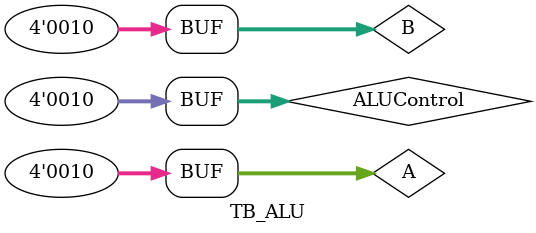
<source format=sv>
module TB_ALU();

	logic [3:0] A, B, ALUControl, ALUResult, NZCV;
	
	ALU #(4) uut(ALUControl, A, B, NZCV, ALUResult);

	initial begin
	
		A = 4'd2; B = 4'd2; ALUControl = 4'b0;  
		#10;
		
		A = 4'd2; B = 4'd2; ALUControl = 4'b1;  
		#10;
	
		A = 4'd2; B = 4'd2; ALUControl = 4'b10; 
		#10;
		
	end
	
endmodule

</source>
